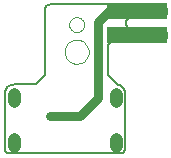
<source format=gbl>
G75*
G70*
%OFA0B0*%
%FSLAX24Y24*%
%IPPOS*%
%LPD*%
%AMOC8*
5,1,8,0,0,1.08239X$1,22.5*
%
%ADD10C,0.0050*%
%ADD11C,0.0000*%
%ADD12C,0.0004*%
%ADD13C,0.0433*%
%ADD14R,0.2000X0.0520*%
%ADD15C,0.0260*%
%ADD16C,0.0240*%
%ADD17C,0.0300*%
%ADD18C,0.0160*%
D10*
X007438Y001887D02*
X007438Y003737D01*
X007440Y003771D01*
X007446Y003804D01*
X007455Y003836D01*
X007468Y003867D01*
X007484Y003897D01*
X007503Y003924D01*
X007526Y003949D01*
X007551Y003972D01*
X007578Y003991D01*
X007608Y004007D01*
X007639Y004020D01*
X007671Y004029D01*
X007704Y004035D01*
X007738Y004037D01*
X008481Y004037D01*
X008781Y004337D01*
X008781Y006554D01*
X008783Y006577D01*
X008788Y006600D01*
X008797Y006622D01*
X008810Y006642D01*
X008825Y006660D01*
X008843Y006675D01*
X008863Y006688D01*
X008885Y006697D01*
X008908Y006702D01*
X008931Y006704D01*
X012681Y006704D01*
X012704Y006702D01*
X012727Y006697D01*
X012749Y006688D01*
X012769Y006675D01*
X012787Y006660D01*
X012802Y006642D01*
X012815Y006622D01*
X012824Y006600D01*
X012829Y006577D01*
X012831Y006554D01*
X012831Y006404D01*
X012829Y006381D01*
X012824Y006358D01*
X012815Y006336D01*
X012802Y006316D01*
X012787Y006298D01*
X012769Y006283D01*
X012749Y006270D01*
X012727Y006261D01*
X012704Y006256D01*
X012681Y006254D01*
X011631Y006254D01*
X011608Y006252D01*
X011585Y006247D01*
X011563Y006238D01*
X011543Y006225D01*
X011525Y006210D01*
X011510Y006192D01*
X011497Y006172D01*
X011488Y006150D01*
X011483Y006127D01*
X011481Y006104D01*
X011481Y006054D01*
X011483Y006031D01*
X011488Y006008D01*
X011497Y005986D01*
X011510Y005966D01*
X011525Y005948D01*
X011543Y005933D01*
X011563Y005920D01*
X011585Y005911D01*
X011608Y005906D01*
X011631Y005904D01*
X012681Y005904D01*
X012704Y005902D01*
X012727Y005897D01*
X012749Y005888D01*
X012769Y005875D01*
X012787Y005860D01*
X012802Y005842D01*
X012815Y005822D01*
X012824Y005800D01*
X012829Y005777D01*
X012831Y005754D01*
X012831Y005604D01*
X012829Y005581D01*
X012824Y005558D01*
X012815Y005536D01*
X012802Y005516D01*
X012787Y005498D01*
X012769Y005483D01*
X012749Y005470D01*
X012727Y005461D01*
X012704Y005456D01*
X012681Y005454D01*
X011031Y005454D01*
X011008Y005452D01*
X010985Y005447D01*
X010963Y005438D01*
X010943Y005425D01*
X010925Y005410D01*
X010910Y005392D01*
X010897Y005372D01*
X010888Y005350D01*
X010883Y005327D01*
X010881Y005304D01*
X010881Y004337D01*
X011181Y004037D01*
X011182Y004037D02*
X011213Y004033D01*
X011243Y004025D01*
X011272Y004014D01*
X011300Y004000D01*
X011326Y003983D01*
X011351Y003963D01*
X011372Y003940D01*
X011391Y003915D01*
X011407Y003888D01*
X011420Y003860D01*
X011430Y003830D01*
X011436Y003800D01*
X011439Y003768D01*
X011438Y003737D01*
X011438Y001887D01*
X011436Y001864D01*
X011431Y001841D01*
X011422Y001819D01*
X011409Y001799D01*
X011394Y001781D01*
X011376Y001766D01*
X011356Y001753D01*
X011334Y001744D01*
X011311Y001739D01*
X011288Y001737D01*
X007588Y001737D01*
X007565Y001739D01*
X007542Y001744D01*
X007520Y001753D01*
X007500Y001766D01*
X007482Y001781D01*
X007467Y001799D01*
X007454Y001819D01*
X007445Y001841D01*
X007440Y001864D01*
X007438Y001887D01*
X012131Y005679D02*
X012631Y005679D01*
X012631Y006479D02*
X012381Y006479D01*
X012131Y006479D02*
X011881Y006479D01*
D11*
X009581Y006031D02*
X009583Y006062D01*
X009589Y006093D01*
X009599Y006123D01*
X009612Y006151D01*
X009629Y006178D01*
X009649Y006202D01*
X009672Y006224D01*
X009697Y006242D01*
X009725Y006257D01*
X009754Y006269D01*
X009784Y006277D01*
X009815Y006281D01*
X009847Y006281D01*
X009878Y006277D01*
X009908Y006269D01*
X009937Y006257D01*
X009965Y006242D01*
X009990Y006224D01*
X010013Y006202D01*
X010033Y006178D01*
X010050Y006151D01*
X010063Y006123D01*
X010073Y006093D01*
X010079Y006062D01*
X010081Y006031D01*
X010079Y006000D01*
X010073Y005969D01*
X010063Y005939D01*
X010050Y005911D01*
X010033Y005884D01*
X010013Y005860D01*
X009990Y005838D01*
X009965Y005820D01*
X009937Y005805D01*
X009908Y005793D01*
X009878Y005785D01*
X009847Y005781D01*
X009815Y005781D01*
X009784Y005785D01*
X009754Y005793D01*
X009725Y005805D01*
X009697Y005820D01*
X009672Y005838D01*
X009649Y005860D01*
X009629Y005884D01*
X009612Y005911D01*
X009599Y005939D01*
X009589Y005969D01*
X009583Y006000D01*
X009581Y006031D01*
X009431Y005127D02*
X009433Y005167D01*
X009439Y005206D01*
X009449Y005245D01*
X009462Y005282D01*
X009480Y005318D01*
X009501Y005352D01*
X009525Y005384D01*
X009552Y005413D01*
X009582Y005440D01*
X009614Y005463D01*
X009649Y005483D01*
X009685Y005499D01*
X009723Y005512D01*
X009762Y005521D01*
X009801Y005526D01*
X009841Y005527D01*
X009881Y005524D01*
X009920Y005517D01*
X009958Y005506D01*
X009996Y005492D01*
X010031Y005473D01*
X010064Y005452D01*
X010096Y005427D01*
X010124Y005399D01*
X010150Y005369D01*
X010172Y005336D01*
X010191Y005301D01*
X010207Y005264D01*
X010219Y005226D01*
X010227Y005187D01*
X010231Y005147D01*
X010231Y005107D01*
X010227Y005067D01*
X010219Y005028D01*
X010207Y004990D01*
X010191Y004953D01*
X010172Y004918D01*
X010150Y004885D01*
X010124Y004855D01*
X010096Y004827D01*
X010064Y004802D01*
X010031Y004781D01*
X009996Y004762D01*
X009958Y004748D01*
X009920Y004737D01*
X009881Y004730D01*
X009841Y004727D01*
X009801Y004728D01*
X009762Y004733D01*
X009723Y004742D01*
X009685Y004755D01*
X009649Y004771D01*
X009614Y004791D01*
X009582Y004814D01*
X009552Y004841D01*
X009525Y004870D01*
X009501Y004902D01*
X009480Y004936D01*
X009462Y004972D01*
X009449Y005009D01*
X009439Y005048D01*
X009433Y005087D01*
X009431Y005127D01*
D12*
X011030Y003733D02*
X011030Y003489D01*
X011031Y003489D02*
X011033Y003469D01*
X011038Y003450D01*
X011047Y003432D01*
X011059Y003416D01*
X011074Y003403D01*
X011091Y003392D01*
X011109Y003385D01*
X011129Y003381D01*
X011149Y003381D01*
X011169Y003385D01*
X011187Y003392D01*
X011204Y003403D01*
X011219Y003416D01*
X011231Y003432D01*
X011240Y003450D01*
X011245Y003469D01*
X011247Y003489D01*
X011247Y003733D01*
X011245Y003753D01*
X011240Y003772D01*
X011231Y003790D01*
X011219Y003806D01*
X011204Y003819D01*
X011187Y003830D01*
X011169Y003837D01*
X011149Y003841D01*
X011129Y003841D01*
X011109Y003837D01*
X011091Y003830D01*
X011074Y003819D01*
X011059Y003806D01*
X011047Y003790D01*
X011038Y003772D01*
X011033Y003753D01*
X011031Y003733D01*
X011030Y002237D02*
X011030Y001993D01*
X011031Y001993D02*
X011033Y001973D01*
X011038Y001954D01*
X011047Y001936D01*
X011059Y001920D01*
X011074Y001907D01*
X011091Y001896D01*
X011109Y001889D01*
X011129Y001885D01*
X011149Y001885D01*
X011169Y001889D01*
X011187Y001896D01*
X011204Y001907D01*
X011219Y001920D01*
X011231Y001936D01*
X011240Y001954D01*
X011245Y001973D01*
X011247Y001993D01*
X011247Y002237D01*
X011245Y002257D01*
X011240Y002276D01*
X011231Y002294D01*
X011219Y002310D01*
X011204Y002323D01*
X011187Y002334D01*
X011169Y002341D01*
X011149Y002345D01*
X011129Y002345D01*
X011109Y002341D01*
X011091Y002334D01*
X011074Y002323D01*
X011059Y002310D01*
X011047Y002294D01*
X011038Y002276D01*
X011033Y002257D01*
X011031Y002237D01*
X007845Y002237D02*
X007845Y001993D01*
X007843Y001973D01*
X007838Y001954D01*
X007829Y001936D01*
X007817Y001920D01*
X007802Y001907D01*
X007785Y001896D01*
X007767Y001889D01*
X007747Y001885D01*
X007727Y001885D01*
X007707Y001889D01*
X007689Y001896D01*
X007672Y001907D01*
X007657Y001920D01*
X007645Y001936D01*
X007636Y001954D01*
X007631Y001973D01*
X007629Y001993D01*
X007629Y002237D01*
X007631Y002257D01*
X007636Y002276D01*
X007645Y002294D01*
X007657Y002310D01*
X007672Y002323D01*
X007689Y002334D01*
X007707Y002341D01*
X007727Y002345D01*
X007747Y002345D01*
X007767Y002341D01*
X007785Y002334D01*
X007802Y002323D01*
X007817Y002310D01*
X007829Y002294D01*
X007838Y002276D01*
X007843Y002257D01*
X007845Y002237D01*
X007845Y003489D02*
X007845Y003733D01*
X007843Y003753D01*
X007838Y003772D01*
X007829Y003790D01*
X007817Y003806D01*
X007802Y003819D01*
X007785Y003830D01*
X007767Y003837D01*
X007747Y003841D01*
X007727Y003841D01*
X007707Y003837D01*
X007689Y003830D01*
X007672Y003819D01*
X007657Y003806D01*
X007645Y003790D01*
X007636Y003772D01*
X007631Y003753D01*
X007629Y003733D01*
X007629Y003489D01*
X007631Y003469D01*
X007636Y003450D01*
X007645Y003432D01*
X007657Y003416D01*
X007672Y003403D01*
X007689Y003392D01*
X007707Y003385D01*
X007727Y003381D01*
X007747Y003381D01*
X007767Y003385D01*
X007785Y003392D01*
X007802Y003403D01*
X007817Y003416D01*
X007829Y003432D01*
X007838Y003450D01*
X007843Y003469D01*
X007845Y003489D01*
D13*
X007737Y003491D02*
X007737Y003491D01*
X007737Y003727D01*
X007737Y003727D01*
X007737Y003491D01*
X007737Y001995D02*
X007737Y001995D01*
X007737Y002231D01*
X007737Y002231D01*
X007737Y001995D01*
X011139Y001995D02*
X011139Y001995D01*
X011139Y002231D01*
X011139Y002231D01*
X011139Y001995D01*
X011139Y003491D02*
X011139Y003491D01*
X011139Y003727D01*
X011139Y003727D01*
X011139Y003491D01*
D14*
X011831Y005679D03*
X011831Y006479D03*
D15*
X011881Y006479D03*
X012131Y006479D03*
X012381Y006479D03*
X012631Y006479D03*
X012631Y005679D03*
X012381Y005679D03*
X012131Y005679D03*
X011881Y005679D03*
X009938Y002987D03*
X009688Y002987D03*
X009438Y002987D03*
X009188Y002987D03*
X008938Y002987D03*
D16*
X011831Y005679D02*
X012131Y005679D01*
X012131Y006479D02*
X012381Y006479D01*
X011831Y006479D02*
X010906Y006479D01*
D17*
X010531Y006104D01*
X010531Y003581D01*
X009938Y002987D01*
X009688Y002987D01*
X009438Y002987D01*
X009188Y002987D01*
X008938Y002987D01*
D18*
X011831Y006479D02*
X011881Y006479D01*
M02*

</source>
